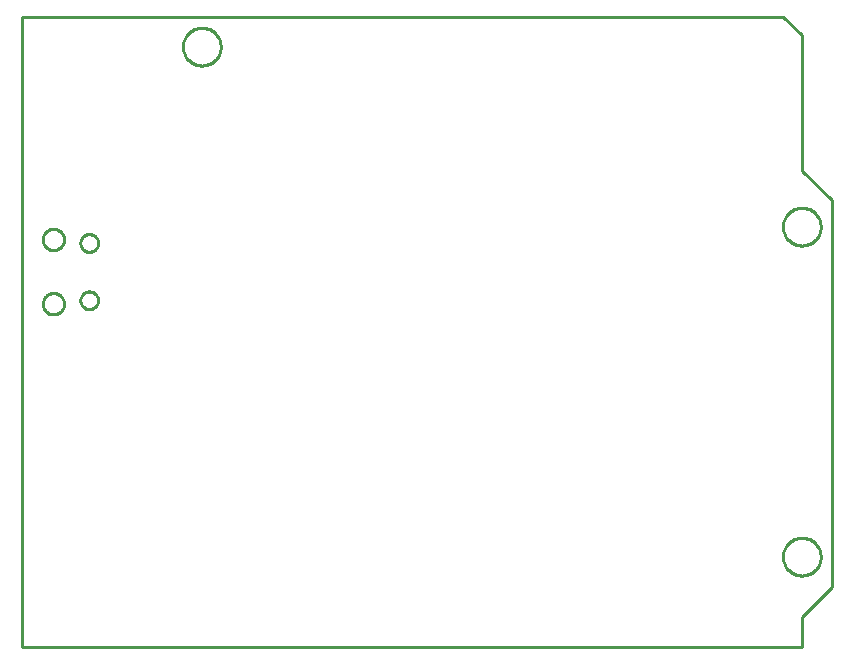
<source format=gbr>
G04 EAGLE Gerber RS-274X export*
G75*
%MOMM*%
%FSLAX34Y34*%
%LPD*%
%IN*%
%IPPOS*%
%AMOC8*
5,1,8,0,0,1.08239X$1,22.5*%
G01*
%ADD10C,0.254000*%


D10*
X12700Y12700D02*
X673100Y12700D01*
X673100Y38100D01*
X698375Y63500D01*
X698500Y390525D01*
X672975Y415800D01*
X672975Y530350D01*
X657225Y546100D01*
X12700Y546000D01*
X12700Y12700D01*
X181100Y520176D02*
X181032Y519131D01*
X180895Y518092D01*
X180690Y517065D01*
X180419Y516053D01*
X180083Y515061D01*
X179682Y514093D01*
X179218Y513154D01*
X178695Y512246D01*
X178113Y511375D01*
X177475Y510544D01*
X176784Y509757D01*
X176043Y509016D01*
X175256Y508325D01*
X174425Y507688D01*
X173554Y507106D01*
X172646Y506582D01*
X171707Y506118D01*
X170739Y505717D01*
X169747Y505381D01*
X168735Y505110D01*
X167708Y504905D01*
X166669Y504769D01*
X165624Y504700D01*
X164576Y504700D01*
X163531Y504769D01*
X162492Y504905D01*
X161465Y505110D01*
X160453Y505381D01*
X159461Y505717D01*
X158493Y506118D01*
X157554Y506582D01*
X156646Y507106D01*
X155775Y507688D01*
X154944Y508325D01*
X154157Y509016D01*
X153416Y509757D01*
X152725Y510544D01*
X152088Y511375D01*
X151506Y512246D01*
X150982Y513154D01*
X150518Y514093D01*
X150117Y515061D01*
X149781Y516053D01*
X149510Y517065D01*
X149305Y518092D01*
X149169Y519131D01*
X149100Y520176D01*
X149100Y521224D01*
X149169Y522269D01*
X149305Y523308D01*
X149510Y524335D01*
X149781Y525347D01*
X150117Y526339D01*
X150518Y527307D01*
X150982Y528246D01*
X151506Y529154D01*
X152088Y530025D01*
X152725Y530856D01*
X153416Y531643D01*
X154157Y532384D01*
X154944Y533075D01*
X155775Y533713D01*
X156646Y534295D01*
X157554Y534818D01*
X158493Y535282D01*
X159461Y535683D01*
X160453Y536019D01*
X161465Y536290D01*
X162492Y536495D01*
X163531Y536632D01*
X164576Y536700D01*
X165624Y536700D01*
X166669Y536632D01*
X167708Y536495D01*
X168735Y536290D01*
X169747Y536019D01*
X170739Y535683D01*
X171707Y535282D01*
X172646Y534818D01*
X173554Y534295D01*
X174425Y533713D01*
X175256Y533075D01*
X176043Y532384D01*
X176784Y531643D01*
X177475Y530856D01*
X178113Y530025D01*
X178695Y529154D01*
X179218Y528246D01*
X179682Y527307D01*
X180083Y526339D01*
X180419Y525347D01*
X180690Y524335D01*
X180895Y523308D01*
X181032Y522269D01*
X181100Y521224D01*
X181100Y520176D01*
X689100Y367776D02*
X689032Y366731D01*
X688895Y365692D01*
X688690Y364665D01*
X688419Y363653D01*
X688083Y362661D01*
X687682Y361693D01*
X687218Y360754D01*
X686695Y359846D01*
X686113Y358975D01*
X685475Y358144D01*
X684784Y357357D01*
X684043Y356616D01*
X683256Y355925D01*
X682425Y355288D01*
X681554Y354706D01*
X680646Y354182D01*
X679707Y353718D01*
X678739Y353317D01*
X677747Y352981D01*
X676735Y352710D01*
X675708Y352505D01*
X674669Y352369D01*
X673624Y352300D01*
X672576Y352300D01*
X671531Y352369D01*
X670492Y352505D01*
X669465Y352710D01*
X668453Y352981D01*
X667461Y353317D01*
X666493Y353718D01*
X665554Y354182D01*
X664646Y354706D01*
X663775Y355288D01*
X662944Y355925D01*
X662157Y356616D01*
X661416Y357357D01*
X660725Y358144D01*
X660088Y358975D01*
X659506Y359846D01*
X658982Y360754D01*
X658518Y361693D01*
X658117Y362661D01*
X657781Y363653D01*
X657510Y364665D01*
X657305Y365692D01*
X657169Y366731D01*
X657100Y367776D01*
X657100Y368824D01*
X657169Y369869D01*
X657305Y370908D01*
X657510Y371935D01*
X657781Y372947D01*
X658117Y373939D01*
X658518Y374907D01*
X658982Y375846D01*
X659506Y376754D01*
X660088Y377625D01*
X660725Y378456D01*
X661416Y379243D01*
X662157Y379984D01*
X662944Y380675D01*
X663775Y381313D01*
X664646Y381895D01*
X665554Y382418D01*
X666493Y382882D01*
X667461Y383283D01*
X668453Y383619D01*
X669465Y383890D01*
X670492Y384095D01*
X671531Y384232D01*
X672576Y384300D01*
X673624Y384300D01*
X674669Y384232D01*
X675708Y384095D01*
X676735Y383890D01*
X677747Y383619D01*
X678739Y383283D01*
X679707Y382882D01*
X680646Y382418D01*
X681554Y381895D01*
X682425Y381313D01*
X683256Y380675D01*
X684043Y379984D01*
X684784Y379243D01*
X685475Y378456D01*
X686113Y377625D01*
X686695Y376754D01*
X687218Y375846D01*
X687682Y374907D01*
X688083Y373939D01*
X688419Y372947D01*
X688690Y371935D01*
X688895Y370908D01*
X689032Y369869D01*
X689100Y368824D01*
X689100Y367776D01*
X689100Y88376D02*
X689032Y87331D01*
X688895Y86292D01*
X688690Y85265D01*
X688419Y84253D01*
X688083Y83261D01*
X687682Y82293D01*
X687218Y81354D01*
X686695Y80446D01*
X686113Y79575D01*
X685475Y78744D01*
X684784Y77957D01*
X684043Y77216D01*
X683256Y76525D01*
X682425Y75888D01*
X681554Y75306D01*
X680646Y74782D01*
X679707Y74318D01*
X678739Y73917D01*
X677747Y73581D01*
X676735Y73310D01*
X675708Y73105D01*
X674669Y72969D01*
X673624Y72900D01*
X672576Y72900D01*
X671531Y72969D01*
X670492Y73105D01*
X669465Y73310D01*
X668453Y73581D01*
X667461Y73917D01*
X666493Y74318D01*
X665554Y74782D01*
X664646Y75306D01*
X663775Y75888D01*
X662944Y76525D01*
X662157Y77216D01*
X661416Y77957D01*
X660725Y78744D01*
X660088Y79575D01*
X659506Y80446D01*
X658982Y81354D01*
X658518Y82293D01*
X658117Y83261D01*
X657781Y84253D01*
X657510Y85265D01*
X657305Y86292D01*
X657169Y87331D01*
X657100Y88376D01*
X657100Y89424D01*
X657169Y90469D01*
X657305Y91508D01*
X657510Y92535D01*
X657781Y93547D01*
X658117Y94539D01*
X658518Y95507D01*
X658982Y96446D01*
X659506Y97354D01*
X660088Y98225D01*
X660725Y99056D01*
X661416Y99843D01*
X662157Y100584D01*
X662944Y101275D01*
X663775Y101913D01*
X664646Y102495D01*
X665554Y103018D01*
X666493Y103482D01*
X667461Y103883D01*
X668453Y104219D01*
X669465Y104490D01*
X670492Y104695D01*
X671531Y104832D01*
X672576Y104900D01*
X673624Y104900D01*
X674669Y104832D01*
X675708Y104695D01*
X676735Y104490D01*
X677747Y104219D01*
X678739Y103883D01*
X679707Y103482D01*
X680646Y103018D01*
X681554Y102495D01*
X682425Y101913D01*
X683256Y101275D01*
X684043Y100584D01*
X684784Y99843D01*
X685475Y99056D01*
X686113Y98225D01*
X686695Y97354D01*
X687218Y96446D01*
X687682Y95507D01*
X688083Y94539D01*
X688419Y93547D01*
X688690Y92535D01*
X688895Y91508D01*
X689032Y90469D01*
X689100Y89424D01*
X689100Y88376D01*
X39793Y311950D02*
X40576Y311882D01*
X41350Y311745D01*
X42109Y311542D01*
X42847Y311273D01*
X43560Y310941D01*
X44240Y310548D01*
X44884Y310097D01*
X45486Y309592D01*
X46042Y309036D01*
X46547Y308434D01*
X46998Y307790D01*
X47391Y307110D01*
X47723Y306397D01*
X47992Y305659D01*
X48195Y304900D01*
X48332Y304126D01*
X48400Y303343D01*
X48400Y302557D01*
X48332Y301774D01*
X48195Y301000D01*
X47992Y300241D01*
X47723Y299503D01*
X47391Y298790D01*
X46998Y298110D01*
X46547Y297466D01*
X46042Y296864D01*
X45486Y296308D01*
X44884Y295803D01*
X44240Y295352D01*
X43560Y294959D01*
X42847Y294627D01*
X42109Y294358D01*
X41350Y294155D01*
X40576Y294019D01*
X39793Y293950D01*
X39007Y293950D01*
X38224Y294019D01*
X37450Y294155D01*
X36691Y294358D01*
X35953Y294627D01*
X35240Y294959D01*
X34560Y295352D01*
X33916Y295803D01*
X33314Y296308D01*
X32758Y296864D01*
X32253Y297466D01*
X31802Y298110D01*
X31409Y298790D01*
X31077Y299503D01*
X30808Y300241D01*
X30605Y301000D01*
X30469Y301774D01*
X30400Y302557D01*
X30400Y303343D01*
X30469Y304126D01*
X30605Y304900D01*
X30808Y305659D01*
X31077Y306397D01*
X31409Y307110D01*
X31802Y307790D01*
X32253Y308434D01*
X32758Y309036D01*
X33314Y309592D01*
X33916Y310097D01*
X34560Y310548D01*
X35240Y310941D01*
X35953Y311273D01*
X36691Y311542D01*
X37450Y311745D01*
X38224Y311882D01*
X39007Y311950D01*
X39793Y311950D01*
X39793Y366450D02*
X40576Y366382D01*
X41350Y366245D01*
X42109Y366042D01*
X42847Y365773D01*
X43560Y365441D01*
X44240Y365048D01*
X44884Y364597D01*
X45486Y364092D01*
X46042Y363536D01*
X46547Y362934D01*
X46998Y362290D01*
X47391Y361610D01*
X47723Y360897D01*
X47992Y360159D01*
X48195Y359400D01*
X48332Y358626D01*
X48400Y357843D01*
X48400Y357057D01*
X48332Y356274D01*
X48195Y355500D01*
X47992Y354741D01*
X47723Y354003D01*
X47391Y353290D01*
X46998Y352610D01*
X46547Y351966D01*
X46042Y351364D01*
X45486Y350808D01*
X44884Y350303D01*
X44240Y349852D01*
X43560Y349459D01*
X42847Y349127D01*
X42109Y348858D01*
X41350Y348655D01*
X40576Y348519D01*
X39793Y348450D01*
X39007Y348450D01*
X38224Y348519D01*
X37450Y348655D01*
X36691Y348858D01*
X35953Y349127D01*
X35240Y349459D01*
X34560Y349852D01*
X33916Y350303D01*
X33314Y350808D01*
X32758Y351364D01*
X32253Y351966D01*
X31802Y352610D01*
X31409Y353290D01*
X31077Y354003D01*
X30808Y354741D01*
X30605Y355500D01*
X30469Y356274D01*
X30400Y357057D01*
X30400Y357843D01*
X30469Y358626D01*
X30605Y359400D01*
X30808Y360159D01*
X31077Y360897D01*
X31409Y361610D01*
X31802Y362290D01*
X32253Y362934D01*
X32758Y363536D01*
X33314Y364092D01*
X33916Y364597D01*
X34560Y365048D01*
X35240Y365441D01*
X35953Y365773D01*
X36691Y366042D01*
X37450Y366245D01*
X38224Y366382D01*
X39007Y366450D01*
X39793Y366450D01*
X70068Y313450D02*
X70802Y313378D01*
X71525Y313234D01*
X72230Y313020D01*
X72911Y312738D01*
X73560Y312391D01*
X74173Y311981D01*
X74743Y311514D01*
X75264Y310993D01*
X75731Y310423D01*
X76141Y309810D01*
X76488Y309161D01*
X76770Y308480D01*
X76984Y307775D01*
X77128Y307052D01*
X77200Y306318D01*
X77200Y305582D01*
X77128Y304848D01*
X76984Y304125D01*
X76770Y303420D01*
X76488Y302739D01*
X76141Y302090D01*
X75731Y301477D01*
X75264Y300907D01*
X74743Y300386D01*
X74173Y299919D01*
X73560Y299509D01*
X72911Y299162D01*
X72230Y298880D01*
X71525Y298666D01*
X70802Y298522D01*
X70068Y298450D01*
X69332Y298450D01*
X68598Y298522D01*
X67875Y298666D01*
X67170Y298880D01*
X66489Y299162D01*
X65840Y299509D01*
X65227Y299919D01*
X64657Y300386D01*
X64136Y300907D01*
X63669Y301477D01*
X63259Y302090D01*
X62912Y302739D01*
X62630Y303420D01*
X62416Y304125D01*
X62272Y304848D01*
X62200Y305582D01*
X62200Y306318D01*
X62272Y307052D01*
X62416Y307775D01*
X62630Y308480D01*
X62912Y309161D01*
X63259Y309810D01*
X63669Y310423D01*
X64136Y310993D01*
X64657Y311514D01*
X65227Y311981D01*
X65840Y312391D01*
X66489Y312738D01*
X67170Y313020D01*
X67875Y313234D01*
X68598Y313378D01*
X69332Y313450D01*
X70068Y313450D01*
X70068Y361950D02*
X70802Y361878D01*
X71525Y361734D01*
X72230Y361520D01*
X72911Y361238D01*
X73560Y360891D01*
X74173Y360481D01*
X74743Y360014D01*
X75264Y359493D01*
X75731Y358923D01*
X76141Y358310D01*
X76488Y357661D01*
X76770Y356980D01*
X76984Y356275D01*
X77128Y355552D01*
X77200Y354818D01*
X77200Y354082D01*
X77128Y353348D01*
X76984Y352625D01*
X76770Y351920D01*
X76488Y351239D01*
X76141Y350590D01*
X75731Y349977D01*
X75264Y349407D01*
X74743Y348886D01*
X74173Y348419D01*
X73560Y348009D01*
X72911Y347662D01*
X72230Y347380D01*
X71525Y347166D01*
X70802Y347022D01*
X70068Y346950D01*
X69332Y346950D01*
X68598Y347022D01*
X67875Y347166D01*
X67170Y347380D01*
X66489Y347662D01*
X65840Y348009D01*
X65227Y348419D01*
X64657Y348886D01*
X64136Y349407D01*
X63669Y349977D01*
X63259Y350590D01*
X62912Y351239D01*
X62630Y351920D01*
X62416Y352625D01*
X62272Y353348D01*
X62200Y354082D01*
X62200Y354818D01*
X62272Y355552D01*
X62416Y356275D01*
X62630Y356980D01*
X62912Y357661D01*
X63259Y358310D01*
X63669Y358923D01*
X64136Y359493D01*
X64657Y360014D01*
X65227Y360481D01*
X65840Y360891D01*
X66489Y361238D01*
X67170Y361520D01*
X67875Y361734D01*
X68598Y361878D01*
X69332Y361950D01*
X70068Y361950D01*
M02*

</source>
